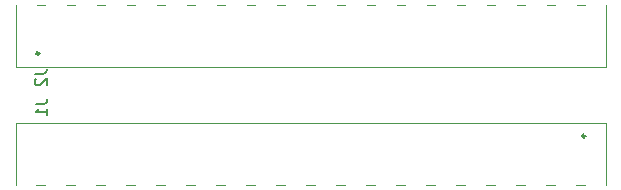
<source format=gbr>
%TF.GenerationSoftware,KiCad,Pcbnew,(5.1.6)-1*%
%TF.CreationDate,2021-05-26T00:29:25+02:00*%
%TF.ProjectId,STMega32,53544d65-6761-4333-922e-6b696361645f,rev?*%
%TF.SameCoordinates,Original*%
%TF.FileFunction,Legend,Bot*%
%TF.FilePolarity,Positive*%
%FSLAX46Y46*%
G04 Gerber Fmt 4.6, Leading zero omitted, Abs format (unit mm)*
G04 Created by KiCad (PCBNEW (5.1.6)-1) date 2021-05-26 00:29:25*
%MOMM*%
%LPD*%
G01*
G04 APERTURE LIST*
%ADD10C,0.250000*%
%ADD11C,0.120000*%
%ADD12C,0.150000*%
G04 APERTURE END LIST*
D10*
%TO.C,J1*%
X173245000Y-103500000D02*
G75*
G03*
X173245000Y-103500000I-125000J0D01*
G01*
D11*
X175000000Y-107620000D02*
X175000000Y-102370000D01*
X125000000Y-107620000D02*
X125000000Y-102370000D01*
X125000000Y-102370000D02*
X175000000Y-102370000D01*
X126750000Y-107620000D02*
X127500000Y-107620000D01*
X129290000Y-107620000D02*
X130040000Y-107620000D01*
X131830000Y-107620000D02*
X132580000Y-107620000D01*
X134370000Y-107620000D02*
X135120000Y-107620000D01*
X136910000Y-107620000D02*
X137660000Y-107620000D01*
X139450000Y-107620000D02*
X140200000Y-107620000D01*
X141990000Y-107620000D02*
X142740000Y-107620000D01*
X144530000Y-107620000D02*
X145280000Y-107620000D01*
X147070000Y-107620000D02*
X147820000Y-107620000D01*
X149610000Y-107620000D02*
X150360000Y-107620000D01*
X152150000Y-107620000D02*
X152900000Y-107620000D01*
X154690000Y-107620000D02*
X155440000Y-107620000D01*
X157230000Y-107620000D02*
X157980000Y-107620000D01*
X159770000Y-107620000D02*
X160520000Y-107620000D01*
X162310000Y-107620000D02*
X163060000Y-107620000D01*
X164850000Y-107620000D02*
X165600000Y-107620000D01*
X167390000Y-107620000D02*
X168140000Y-107620000D01*
X169930000Y-107620000D02*
X170680000Y-107620000D01*
X172470000Y-107620000D02*
X173220000Y-107620000D01*
%TO.C,J2*%
X127530000Y-92380000D02*
X126780000Y-92380000D01*
X130070000Y-92380000D02*
X129320000Y-92380000D01*
X132610000Y-92380000D02*
X131860000Y-92380000D01*
X135150000Y-92380000D02*
X134400000Y-92380000D01*
X137690000Y-92380000D02*
X136940000Y-92380000D01*
X140230000Y-92380000D02*
X139480000Y-92380000D01*
X142770000Y-92380000D02*
X142020000Y-92380000D01*
X145310000Y-92380000D02*
X144560000Y-92380000D01*
X147850000Y-92380000D02*
X147100000Y-92380000D01*
X150390000Y-92380000D02*
X149640000Y-92380000D01*
X152930000Y-92380000D02*
X152180000Y-92380000D01*
X155470000Y-92380000D02*
X154720000Y-92380000D01*
X158010000Y-92380000D02*
X157260000Y-92380000D01*
X160550000Y-92380000D02*
X159800000Y-92380000D01*
X163090000Y-92380000D02*
X162340000Y-92380000D01*
X165630000Y-92380000D02*
X164880000Y-92380000D01*
X168170000Y-92380000D02*
X167420000Y-92380000D01*
X170710000Y-92380000D02*
X169960000Y-92380000D01*
X173250000Y-92380000D02*
X172500000Y-92380000D01*
X175000000Y-97630000D02*
X125000000Y-97630000D01*
X175000000Y-92380000D02*
X175000000Y-97630000D01*
X125000000Y-92380000D02*
X125000000Y-97630000D01*
D10*
X127005000Y-96500000D02*
G75*
G03*
X127005000Y-96500000I-125000J0D01*
G01*
%TO.C,J1*%
D12*
X126702380Y-100741666D02*
X127416666Y-100741666D01*
X127559523Y-100694047D01*
X127654761Y-100598809D01*
X127702380Y-100455952D01*
X127702380Y-100360714D01*
X127702380Y-101741666D02*
X127702380Y-101170238D01*
X127702380Y-101455952D02*
X126702380Y-101455952D01*
X126845238Y-101360714D01*
X126940476Y-101265476D01*
X126988095Y-101170238D01*
%TO.C,J2*%
X126627380Y-98216666D02*
X127341666Y-98216666D01*
X127484523Y-98169047D01*
X127579761Y-98073809D01*
X127627380Y-97930952D01*
X127627380Y-97835714D01*
X126722619Y-98645238D02*
X126675000Y-98692857D01*
X126627380Y-98788095D01*
X126627380Y-99026190D01*
X126675000Y-99121428D01*
X126722619Y-99169047D01*
X126817857Y-99216666D01*
X126913095Y-99216666D01*
X127055952Y-99169047D01*
X127627380Y-98597619D01*
X127627380Y-99216666D01*
%TD*%
M02*

</source>
